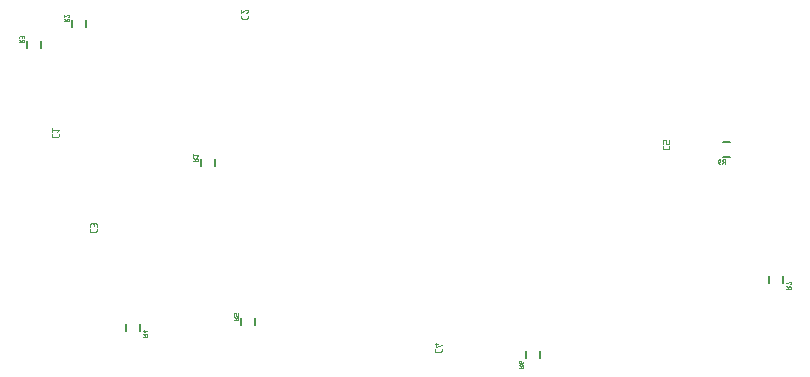
<source format=gbr>
G04 EAGLE Gerber RS-274X export*
G75*
%MOMM*%
%FSLAX34Y34*%
%LPD*%
%INSilkscreen Bottom*%
%IPPOS*%
%AMOC8*
5,1,8,0,0,1.08239X$1,22.5*%
G01*
%ADD10C,0.050800*%
%ADD11C,0.152400*%
%ADD12C,0.025400*%


D10*
X91694Y376118D02*
X91694Y374876D01*
X91696Y374806D01*
X91702Y374737D01*
X91712Y374668D01*
X91725Y374600D01*
X91743Y374532D01*
X91764Y374466D01*
X91789Y374401D01*
X91817Y374337D01*
X91849Y374275D01*
X91884Y374215D01*
X91923Y374157D01*
X91965Y374102D01*
X92010Y374048D01*
X92058Y373998D01*
X92108Y373950D01*
X92162Y373905D01*
X92217Y373863D01*
X92275Y373824D01*
X92335Y373789D01*
X92397Y373757D01*
X92461Y373729D01*
X92526Y373704D01*
X92592Y373683D01*
X92660Y373665D01*
X92728Y373652D01*
X92797Y373642D01*
X92866Y373636D01*
X92936Y373634D01*
X96040Y373634D01*
X96110Y373636D01*
X96179Y373642D01*
X96248Y373652D01*
X96316Y373665D01*
X96384Y373683D01*
X96450Y373704D01*
X96515Y373729D01*
X96579Y373757D01*
X96641Y373789D01*
X96701Y373824D01*
X96759Y373863D01*
X96814Y373905D01*
X96868Y373950D01*
X96918Y373998D01*
X96966Y374048D01*
X97011Y374102D01*
X97053Y374157D01*
X97092Y374215D01*
X97127Y374275D01*
X97159Y374337D01*
X97187Y374401D01*
X97212Y374466D01*
X97233Y374532D01*
X97251Y374600D01*
X97264Y374668D01*
X97274Y374737D01*
X97280Y374806D01*
X97282Y374876D01*
X97282Y376118D01*
X96040Y378222D02*
X97282Y379774D01*
X91694Y379774D01*
X91694Y378222D02*
X91694Y381327D01*
X251714Y475206D02*
X251714Y476448D01*
X251714Y475206D02*
X251716Y475136D01*
X251722Y475067D01*
X251732Y474998D01*
X251745Y474930D01*
X251763Y474862D01*
X251784Y474796D01*
X251809Y474731D01*
X251837Y474667D01*
X251869Y474605D01*
X251904Y474545D01*
X251943Y474487D01*
X251985Y474432D01*
X252030Y474378D01*
X252078Y474328D01*
X252128Y474280D01*
X252182Y474235D01*
X252237Y474193D01*
X252295Y474154D01*
X252355Y474119D01*
X252417Y474087D01*
X252481Y474059D01*
X252546Y474034D01*
X252612Y474013D01*
X252680Y473995D01*
X252748Y473982D01*
X252817Y473972D01*
X252886Y473966D01*
X252956Y473964D01*
X256060Y473964D01*
X256130Y473966D01*
X256199Y473972D01*
X256268Y473982D01*
X256336Y473995D01*
X256404Y474013D01*
X256470Y474034D01*
X256535Y474059D01*
X256599Y474087D01*
X256661Y474119D01*
X256721Y474154D01*
X256779Y474193D01*
X256834Y474235D01*
X256888Y474280D01*
X256938Y474328D01*
X256986Y474378D01*
X257031Y474432D01*
X257073Y474487D01*
X257112Y474545D01*
X257147Y474605D01*
X257179Y474667D01*
X257207Y474731D01*
X257232Y474796D01*
X257253Y474862D01*
X257271Y474930D01*
X257284Y474998D01*
X257294Y475067D01*
X257300Y475136D01*
X257302Y475206D01*
X257302Y476448D01*
X257302Y480260D02*
X257300Y480333D01*
X257294Y480406D01*
X257285Y480479D01*
X257271Y480550D01*
X257254Y480622D01*
X257234Y480692D01*
X257209Y480761D01*
X257181Y480828D01*
X257150Y480894D01*
X257115Y480959D01*
X257077Y481021D01*
X257035Y481081D01*
X256991Y481139D01*
X256943Y481195D01*
X256893Y481248D01*
X256840Y481298D01*
X256784Y481346D01*
X256726Y481390D01*
X256666Y481432D01*
X256604Y481470D01*
X256539Y481505D01*
X256473Y481536D01*
X256406Y481564D01*
X256337Y481589D01*
X256267Y481609D01*
X256195Y481626D01*
X256124Y481640D01*
X256051Y481649D01*
X255978Y481655D01*
X255905Y481657D01*
X257302Y480260D02*
X257300Y480176D01*
X257294Y480093D01*
X257285Y480010D01*
X257271Y479928D01*
X257254Y479846D01*
X257232Y479765D01*
X257207Y479685D01*
X257179Y479607D01*
X257147Y479529D01*
X257111Y479454D01*
X257072Y479380D01*
X257029Y479308D01*
X256983Y479238D01*
X256934Y479171D01*
X256881Y479105D01*
X256826Y479043D01*
X256768Y478983D01*
X256707Y478925D01*
X256644Y478871D01*
X256578Y478819D01*
X256510Y478771D01*
X256439Y478726D01*
X256367Y478684D01*
X256292Y478646D01*
X256216Y478611D01*
X256139Y478580D01*
X256060Y478552D01*
X254819Y481190D02*
X254872Y481244D01*
X254929Y481295D01*
X254988Y481343D01*
X255049Y481388D01*
X255112Y481429D01*
X255178Y481468D01*
X255245Y481503D01*
X255314Y481535D01*
X255385Y481563D01*
X255456Y481587D01*
X255529Y481608D01*
X255603Y481625D01*
X255678Y481639D01*
X255753Y481648D01*
X255829Y481654D01*
X255905Y481656D01*
X254818Y481191D02*
X251714Y478552D01*
X251714Y481657D01*
X123698Y295527D02*
X123698Y294285D01*
X123700Y294215D01*
X123706Y294146D01*
X123716Y294077D01*
X123729Y294009D01*
X123747Y293941D01*
X123768Y293875D01*
X123793Y293810D01*
X123821Y293746D01*
X123853Y293684D01*
X123888Y293624D01*
X123927Y293566D01*
X123969Y293511D01*
X124014Y293457D01*
X124062Y293407D01*
X124112Y293359D01*
X124166Y293314D01*
X124221Y293272D01*
X124279Y293233D01*
X124339Y293198D01*
X124401Y293166D01*
X124465Y293138D01*
X124530Y293113D01*
X124596Y293092D01*
X124664Y293074D01*
X124732Y293061D01*
X124801Y293051D01*
X124870Y293045D01*
X124940Y293043D01*
X128044Y293043D01*
X128114Y293045D01*
X128183Y293051D01*
X128252Y293061D01*
X128320Y293074D01*
X128388Y293092D01*
X128454Y293113D01*
X128519Y293138D01*
X128583Y293166D01*
X128645Y293198D01*
X128705Y293233D01*
X128763Y293272D01*
X128818Y293314D01*
X128872Y293359D01*
X128922Y293407D01*
X128970Y293457D01*
X129015Y293511D01*
X129057Y293566D01*
X129096Y293624D01*
X129131Y293684D01*
X129163Y293746D01*
X129191Y293810D01*
X129216Y293875D01*
X129237Y293941D01*
X129255Y294009D01*
X129268Y294077D01*
X129278Y294146D01*
X129284Y294215D01*
X129286Y294285D01*
X129286Y295527D01*
X123698Y297632D02*
X123698Y299184D01*
X123700Y299261D01*
X123706Y299339D01*
X123715Y299415D01*
X123729Y299492D01*
X123746Y299567D01*
X123767Y299641D01*
X123792Y299715D01*
X123820Y299787D01*
X123852Y299857D01*
X123887Y299926D01*
X123926Y299993D01*
X123968Y300058D01*
X124013Y300121D01*
X124061Y300182D01*
X124112Y300240D01*
X124166Y300295D01*
X124223Y300348D01*
X124282Y300397D01*
X124344Y300444D01*
X124408Y300488D01*
X124474Y300528D01*
X124542Y300565D01*
X124612Y300599D01*
X124683Y300629D01*
X124756Y300655D01*
X124830Y300678D01*
X124905Y300697D01*
X124980Y300712D01*
X125057Y300724D01*
X125134Y300732D01*
X125211Y300736D01*
X125289Y300736D01*
X125366Y300732D01*
X125443Y300724D01*
X125520Y300712D01*
X125595Y300697D01*
X125670Y300678D01*
X125744Y300655D01*
X125817Y300629D01*
X125888Y300599D01*
X125958Y300565D01*
X126026Y300528D01*
X126092Y300488D01*
X126156Y300444D01*
X126218Y300397D01*
X126277Y300348D01*
X126334Y300295D01*
X126388Y300240D01*
X126439Y300182D01*
X126487Y300121D01*
X126532Y300058D01*
X126574Y299993D01*
X126613Y299926D01*
X126648Y299857D01*
X126680Y299787D01*
X126708Y299715D01*
X126733Y299641D01*
X126754Y299567D01*
X126771Y299492D01*
X126785Y299415D01*
X126794Y299339D01*
X126800Y299261D01*
X126802Y299184D01*
X129286Y299494D02*
X129286Y297632D01*
X129286Y299494D02*
X129284Y299564D01*
X129278Y299633D01*
X129268Y299702D01*
X129255Y299770D01*
X129237Y299838D01*
X129216Y299904D01*
X129191Y299969D01*
X129163Y300033D01*
X129131Y300095D01*
X129096Y300155D01*
X129057Y300213D01*
X129015Y300268D01*
X128970Y300322D01*
X128922Y300372D01*
X128872Y300420D01*
X128818Y300465D01*
X128763Y300507D01*
X128705Y300546D01*
X128645Y300581D01*
X128583Y300613D01*
X128519Y300641D01*
X128454Y300666D01*
X128388Y300687D01*
X128320Y300705D01*
X128252Y300718D01*
X128183Y300728D01*
X128114Y300734D01*
X128044Y300736D01*
X127974Y300734D01*
X127905Y300728D01*
X127836Y300718D01*
X127768Y300705D01*
X127700Y300687D01*
X127634Y300666D01*
X127569Y300641D01*
X127505Y300613D01*
X127443Y300581D01*
X127383Y300546D01*
X127325Y300507D01*
X127270Y300465D01*
X127216Y300420D01*
X127166Y300372D01*
X127118Y300322D01*
X127073Y300268D01*
X127031Y300213D01*
X126992Y300155D01*
X126957Y300095D01*
X126925Y300033D01*
X126897Y299969D01*
X126872Y299904D01*
X126851Y299838D01*
X126833Y299770D01*
X126820Y299702D01*
X126810Y299633D01*
X126804Y299564D01*
X126802Y299494D01*
X126802Y298252D01*
D11*
X217520Y348790D02*
X217520Y354790D01*
X229520Y354790D02*
X229520Y348790D01*
D12*
X215138Y353530D02*
X211328Y353530D01*
X215138Y353530D02*
X215138Y354588D01*
X215136Y354652D01*
X215130Y354716D01*
X215121Y354779D01*
X215107Y354841D01*
X215090Y354903D01*
X215069Y354963D01*
X215045Y355022D01*
X215017Y355080D01*
X214985Y355135D01*
X214951Y355189D01*
X214913Y355240D01*
X214872Y355290D01*
X214828Y355336D01*
X214782Y355380D01*
X214732Y355421D01*
X214681Y355459D01*
X214627Y355493D01*
X214572Y355525D01*
X214514Y355553D01*
X214455Y355577D01*
X214395Y355598D01*
X214333Y355615D01*
X214271Y355629D01*
X214208Y355638D01*
X214144Y355644D01*
X214080Y355646D01*
X214016Y355644D01*
X213952Y355638D01*
X213889Y355629D01*
X213827Y355615D01*
X213765Y355598D01*
X213705Y355577D01*
X213646Y355553D01*
X213588Y355525D01*
X213533Y355493D01*
X213479Y355459D01*
X213428Y355421D01*
X213378Y355380D01*
X213332Y355336D01*
X213288Y355290D01*
X213247Y355240D01*
X213209Y355189D01*
X213175Y355135D01*
X213143Y355080D01*
X213115Y355022D01*
X213091Y354963D01*
X213070Y354903D01*
X213053Y354841D01*
X213039Y354779D01*
X213030Y354716D01*
X213024Y354652D01*
X213022Y354588D01*
X213021Y354588D02*
X213021Y353530D01*
X213021Y354800D02*
X211328Y355646D01*
X214291Y357166D02*
X215138Y358225D01*
X211328Y358225D01*
X211328Y359283D02*
X211328Y357166D01*
D11*
X108300Y466900D02*
X108300Y472900D01*
X120300Y472900D02*
X120300Y466900D01*
D12*
X105918Y471640D02*
X102108Y471640D01*
X105918Y471640D02*
X105918Y472698D01*
X105916Y472762D01*
X105910Y472826D01*
X105901Y472889D01*
X105887Y472951D01*
X105870Y473013D01*
X105849Y473073D01*
X105825Y473132D01*
X105797Y473190D01*
X105765Y473245D01*
X105731Y473299D01*
X105693Y473350D01*
X105652Y473400D01*
X105608Y473446D01*
X105562Y473490D01*
X105512Y473531D01*
X105461Y473569D01*
X105407Y473603D01*
X105352Y473635D01*
X105294Y473663D01*
X105235Y473687D01*
X105175Y473708D01*
X105113Y473725D01*
X105051Y473739D01*
X104988Y473748D01*
X104924Y473754D01*
X104860Y473756D01*
X104796Y473754D01*
X104732Y473748D01*
X104669Y473739D01*
X104607Y473725D01*
X104545Y473708D01*
X104485Y473687D01*
X104426Y473663D01*
X104368Y473635D01*
X104313Y473603D01*
X104259Y473569D01*
X104208Y473531D01*
X104158Y473490D01*
X104112Y473446D01*
X104068Y473400D01*
X104027Y473350D01*
X103989Y473299D01*
X103955Y473245D01*
X103923Y473190D01*
X103895Y473132D01*
X103871Y473073D01*
X103850Y473013D01*
X103833Y472951D01*
X103819Y472889D01*
X103810Y472826D01*
X103804Y472762D01*
X103802Y472698D01*
X103801Y472698D02*
X103801Y471640D01*
X103801Y472910D02*
X102108Y473756D01*
X104966Y477394D02*
X105026Y477392D01*
X105085Y477386D01*
X105145Y477377D01*
X105203Y477364D01*
X105260Y477347D01*
X105317Y477327D01*
X105372Y477303D01*
X105425Y477276D01*
X105477Y477246D01*
X105526Y477212D01*
X105573Y477175D01*
X105618Y477136D01*
X105661Y477093D01*
X105700Y477048D01*
X105737Y477001D01*
X105771Y476952D01*
X105801Y476900D01*
X105828Y476847D01*
X105852Y476792D01*
X105872Y476735D01*
X105889Y476678D01*
X105902Y476620D01*
X105911Y476560D01*
X105917Y476501D01*
X105919Y476441D01*
X105918Y476441D02*
X105916Y476374D01*
X105911Y476307D01*
X105902Y476241D01*
X105889Y476175D01*
X105873Y476111D01*
X105853Y476047D01*
X105829Y475984D01*
X105803Y475922D01*
X105773Y475863D01*
X105740Y475805D01*
X105703Y475748D01*
X105664Y475694D01*
X105622Y475642D01*
X105577Y475593D01*
X105529Y475546D01*
X105479Y475502D01*
X105426Y475460D01*
X105371Y475422D01*
X105315Y475386D01*
X105256Y475354D01*
X105196Y475325D01*
X105134Y475299D01*
X105071Y475277D01*
X104225Y477076D02*
X104267Y477117D01*
X104312Y477156D01*
X104358Y477193D01*
X104407Y477227D01*
X104457Y477258D01*
X104509Y477285D01*
X104563Y477310D01*
X104618Y477332D01*
X104674Y477351D01*
X104731Y477366D01*
X104789Y477378D01*
X104848Y477386D01*
X104907Y477391D01*
X104966Y477393D01*
X104225Y477076D02*
X102108Y475276D01*
X102108Y477393D01*
D11*
X70200Y455120D02*
X70200Y449120D01*
X82200Y449120D02*
X82200Y455120D01*
D12*
X67818Y453860D02*
X64008Y453860D01*
X67818Y453860D02*
X67818Y454918D01*
X67816Y454982D01*
X67810Y455046D01*
X67801Y455109D01*
X67787Y455171D01*
X67770Y455233D01*
X67749Y455293D01*
X67725Y455352D01*
X67697Y455410D01*
X67665Y455465D01*
X67631Y455519D01*
X67593Y455570D01*
X67552Y455620D01*
X67508Y455666D01*
X67462Y455710D01*
X67412Y455751D01*
X67361Y455789D01*
X67307Y455823D01*
X67252Y455855D01*
X67194Y455883D01*
X67135Y455907D01*
X67075Y455928D01*
X67013Y455945D01*
X66951Y455959D01*
X66888Y455968D01*
X66824Y455974D01*
X66760Y455976D01*
X66696Y455974D01*
X66632Y455968D01*
X66569Y455959D01*
X66507Y455945D01*
X66445Y455928D01*
X66385Y455907D01*
X66326Y455883D01*
X66268Y455855D01*
X66213Y455823D01*
X66159Y455789D01*
X66108Y455751D01*
X66058Y455710D01*
X66012Y455666D01*
X65968Y455620D01*
X65927Y455570D01*
X65889Y455519D01*
X65855Y455465D01*
X65823Y455410D01*
X65795Y455352D01*
X65771Y455293D01*
X65750Y455233D01*
X65733Y455171D01*
X65719Y455109D01*
X65710Y455046D01*
X65704Y454982D01*
X65702Y454918D01*
X65701Y454918D02*
X65701Y453860D01*
X65701Y455130D02*
X64008Y455976D01*
X64008Y457496D02*
X64008Y458555D01*
X64010Y458619D01*
X64016Y458683D01*
X64025Y458746D01*
X64039Y458808D01*
X64056Y458870D01*
X64077Y458930D01*
X64101Y458989D01*
X64129Y459047D01*
X64161Y459102D01*
X64195Y459156D01*
X64233Y459207D01*
X64274Y459257D01*
X64318Y459303D01*
X64364Y459347D01*
X64414Y459388D01*
X64465Y459426D01*
X64519Y459460D01*
X64574Y459492D01*
X64632Y459520D01*
X64691Y459544D01*
X64751Y459565D01*
X64813Y459582D01*
X64875Y459596D01*
X64938Y459605D01*
X65002Y459611D01*
X65066Y459613D01*
X65130Y459611D01*
X65194Y459605D01*
X65257Y459596D01*
X65319Y459582D01*
X65381Y459565D01*
X65441Y459544D01*
X65500Y459520D01*
X65558Y459492D01*
X65613Y459460D01*
X65667Y459426D01*
X65718Y459388D01*
X65768Y459347D01*
X65814Y459303D01*
X65858Y459257D01*
X65899Y459207D01*
X65937Y459156D01*
X65971Y459102D01*
X66003Y459047D01*
X66031Y458989D01*
X66055Y458930D01*
X66076Y458870D01*
X66093Y458808D01*
X66107Y458746D01*
X66116Y458683D01*
X66122Y458619D01*
X66124Y458555D01*
X67818Y458766D02*
X67818Y457496D01*
X67818Y458766D02*
X67816Y458823D01*
X67810Y458879D01*
X67801Y458935D01*
X67788Y458990D01*
X67771Y459044D01*
X67751Y459097D01*
X67727Y459148D01*
X67700Y459198D01*
X67669Y459245D01*
X67636Y459291D01*
X67599Y459334D01*
X67560Y459375D01*
X67518Y459413D01*
X67473Y459448D01*
X67427Y459480D01*
X67378Y459509D01*
X67328Y459534D01*
X67275Y459556D01*
X67222Y459575D01*
X67167Y459590D01*
X67112Y459601D01*
X67056Y459609D01*
X66999Y459613D01*
X66943Y459613D01*
X66886Y459609D01*
X66830Y459601D01*
X66775Y459590D01*
X66720Y459575D01*
X66667Y459556D01*
X66614Y459534D01*
X66564Y459509D01*
X66515Y459480D01*
X66469Y459448D01*
X66424Y459413D01*
X66382Y459375D01*
X66343Y459334D01*
X66306Y459291D01*
X66273Y459245D01*
X66242Y459198D01*
X66215Y459148D01*
X66191Y459097D01*
X66171Y459044D01*
X66154Y458990D01*
X66141Y458935D01*
X66132Y458879D01*
X66126Y458823D01*
X66124Y458766D01*
X66125Y458766D02*
X66125Y457920D01*
D11*
X166020Y215090D02*
X166020Y209090D01*
X154020Y209090D02*
X154020Y215090D01*
D12*
X168402Y204597D02*
X172212Y204597D01*
X172212Y205655D01*
X172210Y205719D01*
X172204Y205783D01*
X172195Y205846D01*
X172181Y205908D01*
X172164Y205970D01*
X172143Y206030D01*
X172119Y206089D01*
X172091Y206147D01*
X172059Y206202D01*
X172025Y206256D01*
X171987Y206307D01*
X171946Y206357D01*
X171902Y206403D01*
X171856Y206447D01*
X171806Y206488D01*
X171755Y206526D01*
X171701Y206560D01*
X171646Y206592D01*
X171588Y206620D01*
X171529Y206644D01*
X171469Y206665D01*
X171407Y206682D01*
X171345Y206696D01*
X171282Y206705D01*
X171218Y206711D01*
X171154Y206713D01*
X171090Y206711D01*
X171026Y206705D01*
X170963Y206696D01*
X170901Y206682D01*
X170839Y206665D01*
X170779Y206644D01*
X170720Y206620D01*
X170662Y206592D01*
X170607Y206560D01*
X170553Y206526D01*
X170502Y206488D01*
X170452Y206447D01*
X170406Y206403D01*
X170362Y206357D01*
X170321Y206307D01*
X170283Y206256D01*
X170249Y206202D01*
X170217Y206147D01*
X170189Y206089D01*
X170165Y206030D01*
X170144Y205970D01*
X170127Y205908D01*
X170113Y205846D01*
X170104Y205783D01*
X170098Y205719D01*
X170096Y205655D01*
X170095Y205655D02*
X170095Y204597D01*
X170095Y205867D02*
X168402Y206714D01*
X169249Y208234D02*
X172212Y209080D01*
X169249Y208234D02*
X169249Y210350D01*
X170095Y209715D02*
X168402Y209715D01*
D11*
X251810Y214170D02*
X251810Y220170D01*
X263810Y220170D02*
X263810Y214170D01*
D12*
X249428Y218910D02*
X245618Y218910D01*
X249428Y218910D02*
X249428Y219968D01*
X249426Y220032D01*
X249420Y220096D01*
X249411Y220159D01*
X249397Y220221D01*
X249380Y220283D01*
X249359Y220343D01*
X249335Y220402D01*
X249307Y220460D01*
X249275Y220515D01*
X249241Y220569D01*
X249203Y220620D01*
X249162Y220670D01*
X249118Y220716D01*
X249072Y220760D01*
X249022Y220801D01*
X248971Y220839D01*
X248917Y220873D01*
X248862Y220905D01*
X248804Y220933D01*
X248745Y220957D01*
X248685Y220978D01*
X248623Y220995D01*
X248561Y221009D01*
X248498Y221018D01*
X248434Y221024D01*
X248370Y221026D01*
X248306Y221024D01*
X248242Y221018D01*
X248179Y221009D01*
X248117Y220995D01*
X248055Y220978D01*
X247995Y220957D01*
X247936Y220933D01*
X247878Y220905D01*
X247823Y220873D01*
X247769Y220839D01*
X247718Y220801D01*
X247668Y220760D01*
X247622Y220716D01*
X247578Y220670D01*
X247537Y220620D01*
X247499Y220569D01*
X247465Y220515D01*
X247433Y220460D01*
X247405Y220402D01*
X247381Y220343D01*
X247360Y220283D01*
X247343Y220221D01*
X247329Y220159D01*
X247320Y220096D01*
X247314Y220032D01*
X247312Y219968D01*
X247311Y219968D02*
X247311Y218910D01*
X247311Y220180D02*
X245618Y221026D01*
X245618Y222546D02*
X245618Y223816D01*
X245620Y223871D01*
X245625Y223927D01*
X245634Y223981D01*
X245647Y224035D01*
X245663Y224088D01*
X245682Y224140D01*
X245705Y224191D01*
X245731Y224240D01*
X245761Y224287D01*
X245793Y224332D01*
X245828Y224374D01*
X245866Y224415D01*
X245907Y224453D01*
X245949Y224488D01*
X245994Y224520D01*
X246042Y224550D01*
X246090Y224576D01*
X246141Y224599D01*
X246193Y224618D01*
X246246Y224634D01*
X246300Y224647D01*
X246354Y224656D01*
X246410Y224661D01*
X246465Y224663D01*
X246888Y224663D01*
X246943Y224661D01*
X246999Y224656D01*
X247053Y224647D01*
X247107Y224634D01*
X247160Y224618D01*
X247212Y224599D01*
X247263Y224576D01*
X247312Y224550D01*
X247359Y224520D01*
X247404Y224488D01*
X247446Y224453D01*
X247487Y224415D01*
X247525Y224374D01*
X247560Y224332D01*
X247592Y224287D01*
X247622Y224240D01*
X247648Y224191D01*
X247671Y224140D01*
X247690Y224088D01*
X247706Y224035D01*
X247719Y223981D01*
X247728Y223927D01*
X247733Y223871D01*
X247735Y223816D01*
X247735Y222546D01*
X249428Y222546D01*
X249428Y224663D01*
D10*
X415798Y193927D02*
X415798Y192685D01*
X415800Y192615D01*
X415806Y192546D01*
X415816Y192477D01*
X415829Y192409D01*
X415847Y192341D01*
X415868Y192275D01*
X415893Y192210D01*
X415921Y192146D01*
X415953Y192084D01*
X415988Y192024D01*
X416027Y191966D01*
X416069Y191911D01*
X416114Y191857D01*
X416162Y191807D01*
X416212Y191759D01*
X416266Y191714D01*
X416321Y191672D01*
X416379Y191633D01*
X416439Y191598D01*
X416501Y191566D01*
X416565Y191538D01*
X416630Y191513D01*
X416696Y191492D01*
X416764Y191474D01*
X416832Y191461D01*
X416901Y191451D01*
X416970Y191445D01*
X417040Y191443D01*
X420144Y191443D01*
X420214Y191445D01*
X420283Y191451D01*
X420352Y191461D01*
X420420Y191474D01*
X420488Y191492D01*
X420554Y191513D01*
X420619Y191538D01*
X420683Y191566D01*
X420745Y191598D01*
X420805Y191633D01*
X420863Y191672D01*
X420918Y191714D01*
X420972Y191759D01*
X421022Y191807D01*
X421070Y191857D01*
X421115Y191911D01*
X421157Y191966D01*
X421196Y192024D01*
X421231Y192084D01*
X421263Y192146D01*
X421291Y192210D01*
X421316Y192275D01*
X421337Y192341D01*
X421355Y192409D01*
X421368Y192477D01*
X421378Y192546D01*
X421384Y192615D01*
X421386Y192685D01*
X421386Y193927D01*
X421386Y197273D02*
X417040Y196032D01*
X417040Y199136D01*
X418282Y198205D02*
X415798Y198205D01*
X608584Y364716D02*
X608584Y365958D01*
X608584Y364716D02*
X608586Y364646D01*
X608592Y364577D01*
X608602Y364508D01*
X608615Y364440D01*
X608633Y364372D01*
X608654Y364306D01*
X608679Y364241D01*
X608707Y364177D01*
X608739Y364115D01*
X608774Y364055D01*
X608813Y363997D01*
X608855Y363942D01*
X608900Y363888D01*
X608948Y363838D01*
X608998Y363790D01*
X609052Y363745D01*
X609107Y363703D01*
X609165Y363664D01*
X609225Y363629D01*
X609287Y363597D01*
X609351Y363569D01*
X609416Y363544D01*
X609482Y363523D01*
X609550Y363505D01*
X609618Y363492D01*
X609687Y363482D01*
X609756Y363476D01*
X609826Y363474D01*
X612930Y363474D01*
X613000Y363476D01*
X613069Y363482D01*
X613138Y363492D01*
X613206Y363505D01*
X613274Y363523D01*
X613340Y363544D01*
X613405Y363569D01*
X613469Y363597D01*
X613531Y363629D01*
X613591Y363664D01*
X613649Y363703D01*
X613704Y363745D01*
X613758Y363790D01*
X613808Y363838D01*
X613856Y363888D01*
X613901Y363942D01*
X613943Y363997D01*
X613982Y364055D01*
X614017Y364115D01*
X614049Y364177D01*
X614077Y364241D01*
X614102Y364306D01*
X614123Y364372D01*
X614141Y364440D01*
X614154Y364508D01*
X614164Y364577D01*
X614170Y364646D01*
X614172Y364716D01*
X614172Y365958D01*
X608584Y368062D02*
X608584Y369925D01*
X608586Y369995D01*
X608592Y370064D01*
X608602Y370133D01*
X608615Y370201D01*
X608633Y370269D01*
X608654Y370335D01*
X608679Y370400D01*
X608707Y370464D01*
X608739Y370526D01*
X608774Y370586D01*
X608813Y370644D01*
X608855Y370699D01*
X608900Y370753D01*
X608948Y370803D01*
X608998Y370851D01*
X609052Y370896D01*
X609107Y370938D01*
X609165Y370977D01*
X609225Y371012D01*
X609287Y371044D01*
X609351Y371072D01*
X609416Y371097D01*
X609482Y371118D01*
X609550Y371136D01*
X609618Y371149D01*
X609687Y371159D01*
X609756Y371165D01*
X609826Y371167D01*
X610447Y371167D01*
X610517Y371165D01*
X610586Y371159D01*
X610655Y371149D01*
X610723Y371136D01*
X610791Y371118D01*
X610857Y371097D01*
X610922Y371072D01*
X610986Y371044D01*
X611048Y371012D01*
X611108Y370977D01*
X611166Y370938D01*
X611221Y370896D01*
X611275Y370851D01*
X611325Y370803D01*
X611373Y370753D01*
X611418Y370699D01*
X611460Y370644D01*
X611499Y370586D01*
X611534Y370526D01*
X611566Y370464D01*
X611594Y370400D01*
X611619Y370335D01*
X611640Y370269D01*
X611658Y370201D01*
X611671Y370133D01*
X611681Y370064D01*
X611687Y369995D01*
X611689Y369925D01*
X611688Y369925D02*
X611688Y368062D01*
X614172Y368062D01*
X614172Y371167D01*
D11*
X493110Y192230D02*
X493110Y186230D01*
X505110Y186230D02*
X505110Y192230D01*
D12*
X490728Y178270D02*
X486918Y178270D01*
X490728Y178270D02*
X490728Y179328D01*
X490726Y179392D01*
X490720Y179456D01*
X490711Y179519D01*
X490697Y179581D01*
X490680Y179643D01*
X490659Y179703D01*
X490635Y179762D01*
X490607Y179820D01*
X490575Y179875D01*
X490541Y179929D01*
X490503Y179980D01*
X490462Y180030D01*
X490418Y180076D01*
X490372Y180120D01*
X490322Y180161D01*
X490271Y180199D01*
X490217Y180233D01*
X490162Y180265D01*
X490104Y180293D01*
X490045Y180317D01*
X489985Y180338D01*
X489923Y180355D01*
X489861Y180369D01*
X489798Y180378D01*
X489734Y180384D01*
X489670Y180386D01*
X489606Y180384D01*
X489542Y180378D01*
X489479Y180369D01*
X489417Y180355D01*
X489355Y180338D01*
X489295Y180317D01*
X489236Y180293D01*
X489178Y180265D01*
X489123Y180233D01*
X489069Y180199D01*
X489018Y180161D01*
X488968Y180120D01*
X488922Y180076D01*
X488878Y180030D01*
X488837Y179980D01*
X488799Y179929D01*
X488765Y179875D01*
X488733Y179820D01*
X488705Y179762D01*
X488681Y179703D01*
X488660Y179643D01*
X488643Y179581D01*
X488629Y179519D01*
X488620Y179456D01*
X488614Y179392D01*
X488612Y179328D01*
X488611Y179328D02*
X488611Y178270D01*
X488611Y179540D02*
X486918Y180386D01*
X489035Y181906D02*
X489035Y183176D01*
X489033Y183231D01*
X489028Y183287D01*
X489019Y183341D01*
X489006Y183395D01*
X488990Y183448D01*
X488971Y183500D01*
X488948Y183551D01*
X488922Y183600D01*
X488892Y183647D01*
X488860Y183692D01*
X488825Y183734D01*
X488787Y183775D01*
X488746Y183813D01*
X488704Y183848D01*
X488659Y183880D01*
X488612Y183910D01*
X488563Y183936D01*
X488512Y183959D01*
X488460Y183978D01*
X488407Y183994D01*
X488353Y184007D01*
X488299Y184016D01*
X488243Y184021D01*
X488188Y184023D01*
X487976Y184023D01*
X487912Y184021D01*
X487848Y184015D01*
X487785Y184006D01*
X487723Y183992D01*
X487661Y183975D01*
X487601Y183954D01*
X487542Y183930D01*
X487484Y183902D01*
X487429Y183870D01*
X487375Y183836D01*
X487324Y183798D01*
X487274Y183757D01*
X487228Y183713D01*
X487184Y183667D01*
X487143Y183617D01*
X487105Y183566D01*
X487071Y183512D01*
X487039Y183457D01*
X487011Y183399D01*
X486987Y183340D01*
X486966Y183280D01*
X486949Y183218D01*
X486935Y183156D01*
X486926Y183093D01*
X486920Y183029D01*
X486918Y182965D01*
X486920Y182901D01*
X486926Y182837D01*
X486935Y182774D01*
X486949Y182712D01*
X486966Y182650D01*
X486987Y182590D01*
X487011Y182531D01*
X487039Y182473D01*
X487071Y182418D01*
X487105Y182364D01*
X487143Y182313D01*
X487184Y182263D01*
X487228Y182217D01*
X487274Y182173D01*
X487324Y182132D01*
X487375Y182094D01*
X487429Y182060D01*
X487484Y182028D01*
X487542Y182000D01*
X487601Y181976D01*
X487661Y181955D01*
X487723Y181938D01*
X487785Y181924D01*
X487848Y181915D01*
X487912Y181909D01*
X487976Y181907D01*
X487976Y181906D02*
X489035Y181906D01*
X489035Y181907D02*
X489116Y181909D01*
X489196Y181915D01*
X489276Y181924D01*
X489355Y181938D01*
X489434Y181955D01*
X489512Y181976D01*
X489589Y182000D01*
X489664Y182028D01*
X489738Y182060D01*
X489811Y182095D01*
X489881Y182134D01*
X489950Y182176D01*
X490017Y182221D01*
X490082Y182269D01*
X490144Y182321D01*
X490203Y182375D01*
X490260Y182432D01*
X490314Y182491D01*
X490366Y182553D01*
X490414Y182618D01*
X490459Y182685D01*
X490501Y182753D01*
X490540Y182824D01*
X490575Y182897D01*
X490607Y182971D01*
X490635Y183046D01*
X490659Y183123D01*
X490680Y183201D01*
X490697Y183280D01*
X490711Y183359D01*
X490720Y183439D01*
X490726Y183519D01*
X490728Y183600D01*
D11*
X710850Y249730D02*
X710850Y255730D01*
X698850Y255730D02*
X698850Y249730D01*
D12*
X713232Y245237D02*
X717042Y245237D01*
X717042Y246295D01*
X717040Y246359D01*
X717034Y246423D01*
X717025Y246486D01*
X717011Y246548D01*
X716994Y246610D01*
X716973Y246670D01*
X716949Y246729D01*
X716921Y246787D01*
X716889Y246842D01*
X716855Y246896D01*
X716817Y246947D01*
X716776Y246997D01*
X716732Y247043D01*
X716686Y247087D01*
X716636Y247128D01*
X716585Y247166D01*
X716531Y247200D01*
X716476Y247232D01*
X716418Y247260D01*
X716359Y247284D01*
X716299Y247305D01*
X716237Y247322D01*
X716175Y247336D01*
X716112Y247345D01*
X716048Y247351D01*
X715984Y247353D01*
X715920Y247351D01*
X715856Y247345D01*
X715793Y247336D01*
X715731Y247322D01*
X715669Y247305D01*
X715609Y247284D01*
X715550Y247260D01*
X715492Y247232D01*
X715437Y247200D01*
X715383Y247166D01*
X715332Y247128D01*
X715282Y247087D01*
X715236Y247043D01*
X715192Y246997D01*
X715151Y246947D01*
X715113Y246896D01*
X715079Y246842D01*
X715047Y246787D01*
X715019Y246729D01*
X714995Y246670D01*
X714974Y246610D01*
X714957Y246548D01*
X714943Y246486D01*
X714934Y246423D01*
X714928Y246359D01*
X714926Y246295D01*
X714925Y246295D02*
X714925Y245237D01*
X714925Y246507D02*
X713232Y247354D01*
X716619Y248874D02*
X717042Y248874D01*
X717042Y250990D01*
X713232Y249932D01*
D11*
X665940Y357220D02*
X659940Y357220D01*
X659940Y369220D02*
X665940Y369220D01*
D12*
X661200Y354838D02*
X661200Y351028D01*
X661200Y354838D02*
X660142Y354838D01*
X660078Y354836D01*
X660014Y354830D01*
X659951Y354821D01*
X659889Y354807D01*
X659827Y354790D01*
X659767Y354769D01*
X659708Y354745D01*
X659650Y354717D01*
X659595Y354685D01*
X659541Y354651D01*
X659490Y354613D01*
X659440Y354572D01*
X659394Y354528D01*
X659350Y354482D01*
X659309Y354432D01*
X659271Y354381D01*
X659237Y354327D01*
X659205Y354272D01*
X659177Y354214D01*
X659153Y354155D01*
X659132Y354095D01*
X659115Y354033D01*
X659101Y353971D01*
X659092Y353908D01*
X659086Y353844D01*
X659084Y353780D01*
X659086Y353716D01*
X659092Y353652D01*
X659101Y353589D01*
X659115Y353527D01*
X659132Y353465D01*
X659153Y353405D01*
X659177Y353346D01*
X659205Y353288D01*
X659237Y353233D01*
X659271Y353179D01*
X659309Y353128D01*
X659350Y353078D01*
X659394Y353032D01*
X659440Y352988D01*
X659490Y352947D01*
X659541Y352909D01*
X659595Y352875D01*
X659650Y352843D01*
X659708Y352815D01*
X659767Y352791D01*
X659827Y352770D01*
X659889Y352753D01*
X659951Y352739D01*
X660014Y352730D01*
X660078Y352724D01*
X660142Y352722D01*
X660142Y352721D02*
X661200Y352721D01*
X659930Y352721D02*
X659084Y351028D01*
X656717Y352721D02*
X655447Y352721D01*
X656717Y352721D02*
X656772Y352723D01*
X656828Y352728D01*
X656882Y352737D01*
X656936Y352750D01*
X656989Y352766D01*
X657041Y352785D01*
X657092Y352808D01*
X657141Y352834D01*
X657188Y352864D01*
X657233Y352896D01*
X657275Y352931D01*
X657316Y352969D01*
X657354Y353010D01*
X657389Y353052D01*
X657421Y353097D01*
X657451Y353145D01*
X657477Y353193D01*
X657500Y353244D01*
X657519Y353296D01*
X657535Y353349D01*
X657548Y353403D01*
X657557Y353457D01*
X657562Y353513D01*
X657564Y353568D01*
X657564Y353780D01*
X657563Y353780D02*
X657561Y353844D01*
X657555Y353908D01*
X657546Y353971D01*
X657532Y354033D01*
X657515Y354095D01*
X657494Y354155D01*
X657470Y354214D01*
X657442Y354272D01*
X657410Y354327D01*
X657376Y354381D01*
X657338Y354432D01*
X657297Y354482D01*
X657253Y354528D01*
X657207Y354572D01*
X657157Y354613D01*
X657106Y354651D01*
X657052Y354685D01*
X656997Y354717D01*
X656939Y354745D01*
X656880Y354769D01*
X656820Y354790D01*
X656758Y354807D01*
X656696Y354821D01*
X656633Y354830D01*
X656569Y354836D01*
X656505Y354838D01*
X656441Y354836D01*
X656377Y354830D01*
X656314Y354821D01*
X656252Y354807D01*
X656190Y354790D01*
X656130Y354769D01*
X656071Y354745D01*
X656013Y354717D01*
X655958Y354685D01*
X655904Y354651D01*
X655853Y354613D01*
X655803Y354572D01*
X655757Y354528D01*
X655713Y354482D01*
X655672Y354432D01*
X655634Y354381D01*
X655600Y354327D01*
X655568Y354272D01*
X655540Y354214D01*
X655516Y354155D01*
X655495Y354095D01*
X655478Y354033D01*
X655464Y353971D01*
X655455Y353908D01*
X655449Y353844D01*
X655447Y353780D01*
X655447Y352721D01*
X655449Y352640D01*
X655455Y352560D01*
X655464Y352480D01*
X655478Y352401D01*
X655495Y352322D01*
X655516Y352244D01*
X655540Y352167D01*
X655568Y352092D01*
X655600Y352018D01*
X655635Y351945D01*
X655674Y351874D01*
X655716Y351806D01*
X655761Y351739D01*
X655809Y351674D01*
X655861Y351612D01*
X655915Y351553D01*
X655972Y351496D01*
X656031Y351442D01*
X656093Y351390D01*
X656158Y351342D01*
X656225Y351297D01*
X656294Y351255D01*
X656364Y351216D01*
X656437Y351181D01*
X656511Y351149D01*
X656586Y351121D01*
X656663Y351097D01*
X656741Y351076D01*
X656820Y351059D01*
X656899Y351045D01*
X656979Y351036D01*
X657059Y351030D01*
X657140Y351028D01*
M02*

</source>
